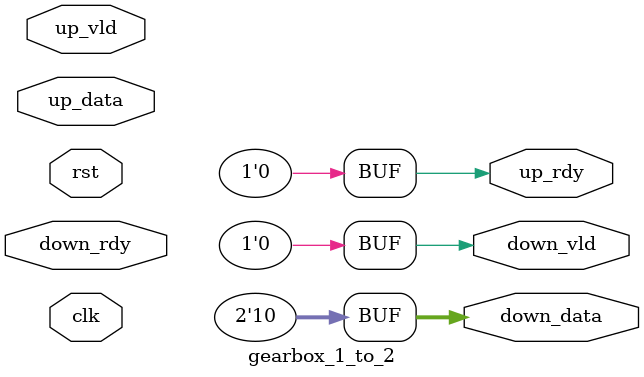
<source format=sv>
module gearbox_1_to_2
# (
  parameter width = 0
)
(
  input                    clk,
  input                    rst,

  input                    up_vld,    // upstream
  output                   up_rdy,
  input  [    width - 1:0] up_data,

  output                   down_vld,  // downstream
  input                    down_rdy,
  output [2 * width - 1:0] down_data
);

  assign { up_rdy, down_vld, down_data } = { 1'b1, 1'b1, "AB" };

endmodule

</source>
